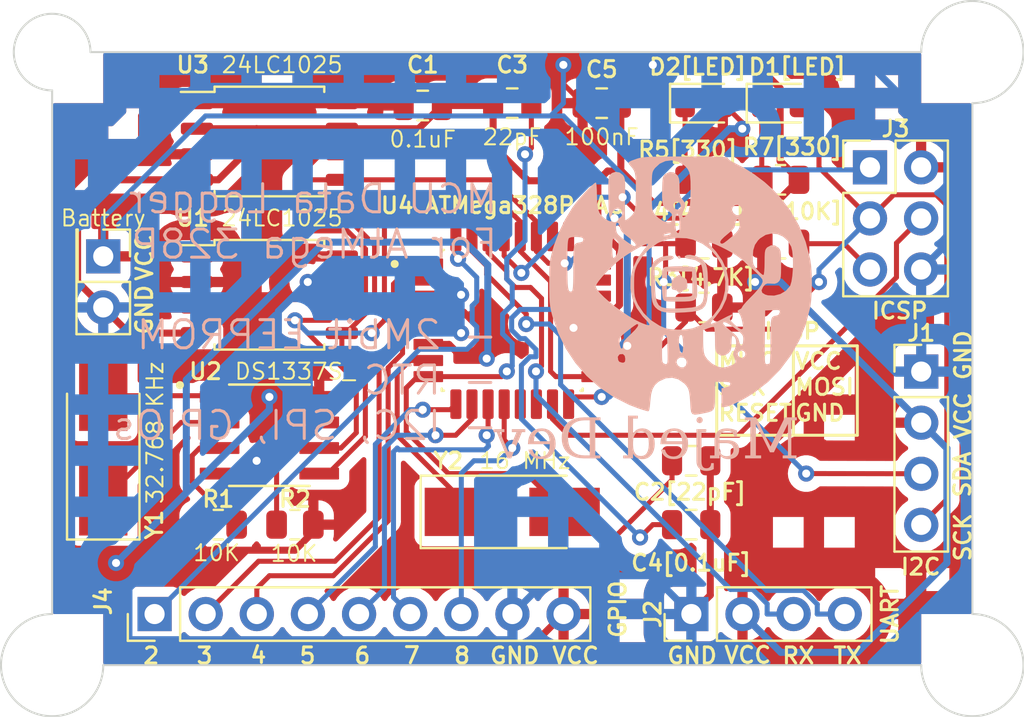
<source format=kicad_pcb>
(kicad_pcb (version 20221018) (generator pcbnew)
  (title_block (title "${project_name}") (date "2024-01-17") (rev "1") (company "Majed Dev") (comment 1 "2-layer PCB version"))
  (layers (0 "F.Cu" mixed) (31 "B.Cu" mixed) (34 "B.Paste" user) (35 "F.Paste" user) (36 "B.SilkS" user "B.Silkscreen") (37 "F.SilkS" user "F.Silkscreen") (38 "B.Mask" user) (39 "F.Mask" user) (44 "Edge.Cuts" user))
  (property "project_name" "MCU Datalogger with memory and clock")
  (net 0 "")
  (net 1 "GND")
  (net 2 "/Vcc")
  (net 3 "Net-(U4-PB6)")
  (net 4 "Net-(U4-PB7)")
  (net 5 "Net-(U4-AREF)")
  (net 6 "Net-(D1-K)")
  (net 7 "/SCK")
  (net 8 "Net-(D2-K)")
  (net 9 "/SDA")
  (net 10 "/RX")
  (net 11 "/TX")
  (net 12 "/MISO")
  (net 13 "/MOSI")
  (net 14 "/RESET")
  (net 15 "/D2")
  (net 16 "/D3")
  (net 17 "/D4")
  (net 18 "/D5")
  (net 19 "/D6")
  (net 20 "/D7")
  (net 21 "/D8")
  (net 22 "Net-(U2-~{INTA})")
  (net 23 "Net-(U2-SQW{slash}~INT)")
  (net 24 "Net-(U2-X1)")
  (net 25 "Net-(U2-X2)")
  (footprint "Connector_PinHeader_2.54mm:PinHeader_1x04_P2.54mm_Vertical" (layer "F.Cu") (at 161.3 91.44 90)
    (fp_text reference "J2")
    (fp_text value "Conn_01x04_Pin" hide)
  )
  (footprint "Capacitor_SMD:C_0805_2012Metric" (layer "F.Cu") (at 161.29 86.995 180)
    (fp_text reference "C4" hide)
    (fp_text value "0.1uF" hide)
  )
  (footprint "Resistor_SMD:R_0805_2012Metric" (layer "F.Cu") (at 165.735 73.025)
    (fp_text reference "R6" hide)
    (fp_text value "10K" hide)
  )
  (footprint "Package_SO:SOIC-8_5.23x5.23mm_P1.27mm" (layer "F.Cu") (at 140.335 67.945)
    (fp_text reference "U3")
    (fp_text value "24LC1025")
  )
  (footprint "LED_SMD:LED_0805_2012Metric" (layer "F.Cu") (at 165.735 66.04)
    (fp_text reference "D1" hide)
    (fp_text value "LED" hide)
  )
  (footprint "Project_Libraries:QFP80P900X900X120-32N" (layer "F.Cu") (at 152.4 76.835)
    (fp_text reference "U4")
    (fp_text value "ATMega328P-AU")
  )
  (footprint "MountingHole:MountingHole_2.1mm" (layer "F.Cu") (at 129.54 63.5)
    (fp_text reference "H1" hide)
    (fp_text value "MountingHole" hide)
  )
  (footprint "Resistor_SMD:R_0805_2012Metric" (layer "F.Cu") (at 161.925 69.85)
    (fp_text reference "R5" hide)
    (fp_text value "330" hide)
  )
  (footprint "Capacitor_SMD:C_0805_2012Metric" (layer "F.Cu") (at 156.845 66.04)
    (fp_text reference "C5")
    (fp_text value "100nF")
  )
  (footprint "Capacitor_SMD:C_0805_2012Metric" (layer "F.Cu") (at 152.4 66.04)
    (fp_text reference "C3" hide)
    (fp_text value "22pF")
  )
  (footprint "Resistor_SMD:R_0805_2012Metric" (layer "F.Cu") (at 165.735 69.85 180)
    (fp_text reference "R7" hide)
    (fp_text value "330" hide)
  )
  (footprint "Capacitor_SMD:C_0805_2012Metric" (layer "F.Cu") (at 161.29 83.82 180)
    (fp_text reference "C2" hide)
    (fp_text value "22pF" hide)
  )
  (footprint "Connector_PinHeader_2.54mm:PinHeader_2x03_P2.54mm_Vertical" (layer "F.Cu") (at 170.175 69.23)
    (fp_text reference "J3")
    (fp_text value "Conn_02x03_Odd_Even" hide)
  )
  (footprint "Connector_PinHeader_2.54mm:PinHeader_2x01_P2.54mm_Vertical" (layer "F.Cu") (at 132.08 73.655 -90)
    (fp_text reference "BT1" hide)
    (fp_text value "Battery")
  )
  (footprint "Resistor_SMD:R_0805_2012Metric" (layer "F.Cu") (at 161.925 76.2 180)
    (fp_text reference "R3" hide)
    (fp_text value "4.7K" hide)
  )
  (footprint "Resistor_SMD:R_0805_2012Metric" (layer "F.Cu") (at 161.925 73.025 180)
    (fp_text reference "R4" hide)
    (fp_text value "4.7K" hide)
  )
  (footprint "MountingHole:MountingHole_2.1mm" (layer "F.Cu") (at 129.54 93.98)
    (fp_text reference "H2" hide)
    (fp_text value "MountingHole" hide)
  )
  (footprint "Connector_PinHeader_2.54mm:PinHeader_1x04_P2.54mm_Vertical" (layer "F.Cu") (at 172.72 79.385)
    (fp_text reference "J1")
    (fp_text value "Conn_01x04_Pin" hide)
  )
  (footprint "MountingHole:MountingHole_2.1mm" (layer "F.Cu") (at 175.26 93.98)
    (fp_text reference "H4" hide)
    (fp_text value "MountingHole" hide)
  )
  (footprint "MountingHole:MountingHole_2.1mm" (layer "F.Cu") (at 175.26 63.5)
    (fp_text reference "H3" hide)
    (fp_text value "MountingHole" hide)
  )
  (footprint "Connector_PinHeader_2.54mm:PinHeader_1x09_P2.54mm_Vertical" (layer "F.Cu") (at 134.63 91.44 90)
    (fp_text reference "J4")
    (fp_text value "Conn_01x09_Pin" hide)
  )
  (footprint "Package_SO:SOIC-8_5.23x5.23mm_P1.27mm" (layer "F.Cu") (at 140.335 75.565)
    (fp_text reference "U1")
    (fp_text value "24LC1025")
  )
  (footprint "Resistor_SMD:R_0805_2012Metric" (layer "F.Cu") (at 137.795 86.995)
    (fp_text reference "R1")
    (fp_text value "10K")
  )
  (footprint "Crystal:Crystal_SMD_5032-2Pin_5.0x3.2mm_HandSoldering" (layer "F.Cu") (at 152.4 86.36)
    (fp_text reference "Y2")
    (fp_text value "16 MHz")
  )
  (footprint "Crystal:Crystal_SMD_5032-2Pin_5.0x3.2mm_HandSoldering" (layer "F.Cu") (at 132.08 83.185 90)
    (fp_text reference "Y1")
    (fp_text value "32.768 KHz")
  )
  (footprint "Resistor_SMD:R_0805_2012Metric" (layer "F.Cu") (at 141.605 86.995 180)
    (fp_text reference "R2")
    (fp_text value "10K")
  )
  (footprint "LED_SMD:LED_0805_2012Metric" (layer "F.Cu") (at 161.925 66.04)
    (fp_text reference "D2" hide)
    (fp_text value "LED" hide)
  )
  (footprint "Project_Libraries:SOIC127P600X175-8N" (layer "F.Cu") (at 140.335 82.55)
    (fp_text reference "U2")
    (fp_text value "DS1337S_")
  )
  (footprint "Capacitor_SMD:C_0805_2012Metric" (layer "F.Cu") (at 147.955 66.155)
    (fp_text reference "C1")
    (fp_text value "0.1uF")
  )
  (footprint "Library2:MajedDev" (layer "B.Cu") (at 160.655 76.2 180)
    (fp_text reference "Majed" hide)
    (fp_text value "LOGO" hide)
  )
  (gr_line (start 166.37 82.55) (end 166.37 78.105) (stroke (width 0.15)) (layer "F.SilkS"))
  (gr_line (start 162.56 78.105) (end 162.56 82.55) (stroke (width 0.15)) (layer "F.SilkS"))
  (gr_line (start 162.56 82.55) (end 169.545 82.55) (stroke (width 0.15)) (layer "F.SilkS"))
  (gr_line (start 169.545 82.55) (end 169.545 78.105) (stroke (width 0.15)) (layer "F.SilkS"))
  (gr_line (start 166.37 78.105) (end 162.56 78.105) (stroke (width 0.15)) (layer "F.SilkS"))
  (gr_line (start 169.545 78.105) (end 166.37 78.105) (stroke (width 0.15)) (layer "F.SilkS"))
  (gr_line (start 132.08 93.98) (end 172.72 93.98) (stroke (width 0.1)) (layer "Edge.Cuts"))
  (gr_arc (start 129.54 65.405) (mid 128.192962 62.152962) (end 131.445 63.5) (stroke (width 0.1)) (layer "Edge.Cuts"))
  (gr_arc (start 132.08 93.98) (mid 127.743949 95.776051) (end 129.54 91.44) (stroke (width 0.1)) (layer "Edge.Cuts"))
  (gr_arc (start 175.26 91.44) (mid 177.056051 95.776051) (end 172.72 93.98) (stroke (width 0.1)) (layer "Edge.Cuts"))
  (gr_line (start 129.54 91.44) (end 129.54 65.405) (stroke (width 0.1)) (layer "Edge.Cuts"))
  (gr_line (start 131.445 63.5) (end 172.72 63.5) (stroke (width 0.1)) (layer "Edge.Cuts"))
  (gr_line (start 175.26 91.44) (end 175.26 66.04) (stroke (width 0.1)) (layer "Edge.Cuts"))
  (gr_arc (start 172.72 63.5) (mid 177.056051 61.703949) (end 175.26 66.04) (stroke (width 0.1)) (layer "Edge.Cuts"))
  (gr_text "MCU Data Logger\nFor AtMega 328P\n\n- 2Mbit EEPROM\n- RTC\n- I2C, SPI, GPIOs" (at 151.765 82.890311) (layer "B.SilkS") (effects (font (size 1.4 1.4)) (justify left bottom mirror)))
  (gr_text "C2[22pF]" (at 161.227718 85.373092) (layer "F.SilkS") (effects (font (size 0.8 0.8) (thickness 0.15) bold)))
  (gr_text "ICSP" (at 170.18 76.835) (layer "F.SilkS") (effects (font (size 0.8 0.8)) (justify left bottom)))
  (gr_text "8" (at 149.426576 93.98) (layer "F.SilkS") (effects (font (size 0.8 0.8)) (justify left bottom)))
  (gr_text "UART" (at 171.636843 93.032463 90) (layer "F.SilkS") (effects (font (size 0.8 0.8)) (justify left bottom)))
  (gr_text "VCC" (at 154.305 93.98) (layer "F.SilkS") (effects (font (size 0.8 0.8)) (justify left bottom)))
  (gr_text "GND" (at 151.210127 93.98) (layer "F.SilkS") (effects (font (size 0.8 0.8)) (justify left bottom)))
  (gr_text "4" (at 139.305328 93.949424) (layer "F.SilkS") (effects (font (size 0.8 0.8)) (justify left bottom)))
  (gr_text "R3[4.7K]" (at 161.78628 74.701817) (layer "F.SilkS") (effects (font (size 0.8 0.8) (thickness 0.15) bold)))
  (gr_text "R6[10K]" (at 166.308849 71.422638) (layer "F.SilkS") (effects (font (size 0.8 0.8) (thickness 0.15) bold)))
  (gr_text "I2C" (at 171.621555 89.562182) (layer "F.SilkS") (effects (font (size 0.8 0.8)) (justify left bottom)))
  (gr_text "MISO\nSCK\nRESET" (at 162.56 81.915) (layer "F.SilkS") (effects (font (size 0.8 0.8) (thickness 0.15) bold) (justify left bottom)))
  (gr_text "3" (at 136.635967 93.98) (layer "F.SilkS") (effects (font (size 0.8 0.8)) (justify left bottom)))
  (gr_text "5" (at 141.75221 93.98) (layer "F.SilkS") (effects (font (size 0.8 0.8)) (justify left bottom)))
  (gr_text "R4[4.7K]" (at 161.29 71.4433) (layer "F.SilkS") (effects (font (size 0.8 0.8) (thickness 0.15) bold)))
  (gr_text "GND" (at 175.275287 79.885144 90) (layer "F.SilkS") (effects (font (size 0.8 0.8) (thickness 0.15) bold) (justify left bottom)))
  (gr_text "2" (at 133.985 93.98) (layer "F.SilkS") (effects (font (size 0.8 0.8)) (justify left bottom)))
  (gr_text "TX" (at 168.275 93.98) (layer "F.SilkS") (effects (font (size 0.8 0.8)) (justify left bottom)))
  (gr_text "VCC" (at 134.130079 73.70861 90) (layer "F.SilkS") (effects (font (size 0.8 0.8))))
  (gr_text "SDA" (at 175.237247 85.725 90) (layer "F.SilkS") (effects (font (size 0.8 0.8)) (justify left bottom)))
  (gr_text "GND" (at 160.02 93.98) (layer "F.SilkS") (effects (font (size 0.8 0.8)) (justify left bottom)))
  (gr_text "RX" (at 165.735 93.98) (layer "F.SilkS") (effects (font (size 0.8 0.8)) (justify left bottom)))
  (gr_text "7" (at 146.933831 93.964712) (layer "F.SilkS") (effects (font (size 0.8 0.8)) (justify left bottom)))
  (gr_text "ICSP" (at 164.841241 77.839163) (layer "F.SilkS") (effects (font (size 0.8 0.8)) (justify left bottom)))
  (gr_text "D2[LED]" (at 161.616693 64.237475) (layer "F.SilkS") (effects (font (size 0.8 0.8) (thickness 0.15) bold)))
  (gr_text "C3" (at 152.4 64.135) (layer "F.SilkS") (effects (font (size 0.8 0.8))))
  (gr_text "R5[330]" (at 161.121264 68.361157) (layer "F.SilkS") (effects (font (size 0.8 0.8) (thickness 0.15) bold)))
  (gr_text "D1[LED]" (at 166.559677 64.237475) (layer "F.SilkS") (effects (font (size 0.8 0.8))))
  (gr_text "SCK" (at 175.26 88.9 90) (layer "F.SilkS") (effects (font (size 0.8 0.8)) (justify left bottom)))
  (gr_text "C4[0.1uF]" (at 161.29 88.9) (layer "F.SilkS") (effects (font (size 0.8 0.8) (thickness 0.15) bold)))
  (gr_text "GPIO" (at 158.115 92.71 90) (layer "F.SilkS") (effects (font (size 0.8 0.8)) (justify left bottom)))
  (gr_text "GND" (at 134.121722 76.308989 90) (layer "F.SilkS") (effects (font (size 0.8 0.8))))
  (gr_text "VCC" (at 162.855275 93.948292) (layer "F.SilkS") (effects (font (size 0.8 0.8)) (justify left bottom)))
  (gr_text "VCC\nMOSI\nGND" (at 166.37 81.9119) (layer "F.SilkS") (effects (font (size 0.8 0.8) (thickness 0.15) bold) (justify left bottom)))
  (gr_text "VCC" (at 175.275287 82.820359 90) (layer "F.SilkS") (effects (font (size 0.8 0.8)) (justify left bottom)))
  (gr_text "6" (at 144.473399 93.98) (layer "F.SilkS") (effects (font (size 0.8 0.8)) (justify left bottom)))
  (gr_text "R7[330]" (at 166.315076 68.212246) (layer "F.SilkS") (effects (font (size 0.8 0.8) (thickness 0.15) bold)))
  (segment (start 157.820965 69.414543) (end 159.381422 70.975) (width 0.35) (layer "F.Cu") (net 1))
  (segment (start 147.75 67.31) (end 143.935 67.31) (width 0.35) (layer "F.Cu") (net 1))
  (segment (start 130.805 71.125) (end 132.08 69.85) (width 0.35) (layer "F.Cu") (net 1))
  (segment (start 148.23 75.635) (end 149.79 75.635) (width 0.35) (layer "F.Cu") (net 1))
  (segment (start 159.381422 70.975) (end 163.195 70.975) (width 0.35) (layer "F.Cu") (net 1))
  (segment (start 156.654238 72.248794) (end 156.654238 69.897816) (width 0.35) (layer "F.Cu") (net 1))
  (segment (start 142.24 74.93) (end 143.935 74.93) (width 0.35) (layer "F.Cu") (net 1))
  (segment (start 139.065 84.455) (end 139.7 83.82) (width 0.35) (layer "F.Cu") (net 1))
  (segment (start 139.7 67.945) (end 139.7 67.31) (width 0.35) (layer "F.Cu") (net 1))
  (segment (start 130.805 74.92) (end 130.805 71.125) (width 0.35) (layer "F.Cu") (net 1))
  (segment (start 151.45 66.04) (end 151.45 68.161727) (width 0.35) (layer "F.Cu") (net 1))
  (segment (start 148.905 66.155) (end 151.335 66.155) (width 0.35) (layer "F.Cu") (net 1))
  (segment (start 165.71 68.9125) (end 165.71 65.29999) (width 0.35) (layer "F.Cu") (net 1))
  (segment (start 149.79 75.635) (end 149.86 75.565) (width 0.35) (layer "F.Cu") (net 1))
  (segment (start 157.73 76.064556) (end 157.73 73.324556) (width 0.35) (layer "F.Cu") (net 1))
  (segment (start 157.73 73.324556) (end 156.654238 72.248794) (width 0.35) (layer "F.Cu") (net 1))
  (segment (start 151.335 66.155) (end 151.45 66.04) (width 0.35) (layer "F.Cu") (net 1))
  (segment (start 149.625 77.235) (end 148.23 77.235) (width 0.35) (layer "F.Cu") (net 1))
  (segment (start 157.795 66.04) (end 157.795 65.725) (width 0.35) (layer "F.Cu") (net 1))
  (segment (start 148.23 75.635) (end 148.294898 75.570102) (width 0.35) (layer "F.Cu") (net 1))
  (segment (start 136.735 77.47) (end 133.355 77.47) (width 0.35) (layer "F.Cu") (net 1))
  (segment (start 136.735 69.85) (end 137.795 69.85) (width 0.35) (layer "F.Cu") (net 1))
  (segment (start 162.8375 70.6175) (end 163.195 70.975) (width 0.35) (layer "F.Cu") (net 1))
  (segment (start 148.905 66.155) (end 147.75 67.31) (width 0.35) (layer "F.Cu") (net 1))
  (segment (start 164.54501 64.135) (end 159.385 64.135) (width 0.35) (layer "F.Cu") (net 1))
  (segment (start 162.24 83.82) (end 162.24 86.995) (width 0.35) (layer "F.Cu") (net 1))
  (segment (start 139.7 67.31) (end 143.935 67.31) (width 0.35) (layer "F.Cu") (net 1))
  (segment (start 166.6475 69.85) (end 165.71 68.9125) (width 0.35) (layer "F.Cu") (net 1))
  (segment (start 151.45 68.161727) (end 153.186089 69.897816) (width 0.35) (layer "F.Cu") (net 1))
  (segment (start 157.795 65.725) (end 159.385 64.135) (width 0.35) (layer "F.Cu") (net 1))
  (segment (start 149.86 77.47) (end 149.625 77.235) (width 0.35) (layer "F.Cu") (net 1))
  (segment (start 156.654238 69.897816) (end 157.137511 69.414543) (width 0.35) (layer "F.Cu") (net 1))
  (segment (start 132.08 76.195) (end 130.805 74.92) (width 0.35) (layer "F.Cu") (net 1))
  (segment (start 162.24 86.995) (end 162.24 90.5) (width 0.35) (layer "F.Cu") (net 1))
  (segment (start 165.5225 70.975) (end 166.6475 69.85) (width 0.35) (layer "F.Cu") (net 1))
  (segment (start 157.795 69.388578) (end 157.820965 69.414543) (width 0.35) (layer "F.Cu") (net 1))
  (segment (start 136.735 67.31) (end 139.7 67.31) (width 0.35) (layer "F.Cu") (net 1))
  (segment (start 133.355 77.47) (end 132.08 76.195) (width 0.35) (layer "F.Cu") (net 1))
  (segment (start 162.8375 69.85) (end 162.8375 70.6175) (width 0.35) (layer "F.Cu") (net 1))
  (segment (start 132.08 69.85) (end 136.735 69.85) (width 0.35) (layer "F.Cu") (net 1))
  (segment (start 157.795 66.04) (end 157.795 69.388578) (width 0.35) (layer "F.Cu") (net 1))
  (segment (start 162.24 90.5) (end 161.3 91.44) (width 0.35) (layer "F.Cu") (net 1))
  (segment (start 163.195 70.975) (end 165.5225 70.975) (width 0.35) (layer "F.Cu") (net 1))
  (segment (start 157.359556 76.435) (end 157.73 76.064556) (width 0.35) (layer "F.Cu") (net 1))
  (segment (start 156.57 76.435) (end 157.359556 76.435) (width 0.35) (layer "F.Cu") (net 1))
  (segment (start 137.795 69.85) (end 139.7 67.945) (width 0.35) (layer "F.Cu") (net 1))
  (segment (start 153.186089 69.897816) (end 156.654238 69.897816) (width 0.35) (layer "F.Cu") (net 1))
  (segment (start 157.137511 69.414543) (end 157.820965 69.414543) (width 0.35) (layer "F.Cu") (net 1))
  (segment (start 137.86 84.455) (end 139.065 84.455) (width 0.35) (layer "F.Cu") (net 1))
  (segment (start 165.71 65.29999) (end 164.54501 64.135) (width 0.35) (layer "F.Cu") (net 1))
  (via (at 149.86 75.565) (size 0.8) (drill 0.4) (layers "F.Cu" "B.Cu") (net 1))
  (via (at 139.7 83.82) (size 0.8) (drill 0.4) (layers "F.Cu" "B.Cu") (net 1))
  (via (at 149.86 77.47) (size 0.8) (drill 0.4) (layers "F.Cu" "B.Cu") (net 1))
  (via (at 159.385 64.135) (size 0.8) (drill 0.4) (layers "F.Cu" "B.Cu") (net 1))
  (via (at 142.24 74.93) (size 0.8) (drill 0.4) (layers "F.Cu" "B.Cu") (net 1))
  (segment (start 143.32 76.01) (end 142.24 74.93) (width 0.35) (layer "B.Cu") (net 1))
  (segment (start 142.24 74.93) (end 140.78 76.39) (width 0.35) (layer "B.Cu") (net 1))
  (segment (start 152.41 91.44) (end 154.315 89.535) (width 0.35) (layer "B.Cu") (net 1))
  (segment (start 173.99 67.945) (end 173.99 73.035) (width 0.35) (layer "B.Cu") (net 1))
  (segment (start 152.337081 92.715) (end 133.355 92.715) (width 0.35) (layer "B.Cu") (net 1))
  (segment (start 140.78 76.39) (end 140.78 79.923273) (width 0.35) (layer "B.Cu") (net 1))
  (segment (start 148.4 76.01) (end 143.32 76.01) (width 0.35) (layer "B.Cu") (net 1))
  (segment (start 154.315 89.535) (end 159.395 89.535) (width 0.35) (layer "B.Cu") (net 1))
  (segment (start 152.41 91.44) (end 152.41 92.642081) (width 0.35) (layer "B.Cu") (net 1))
  (segment (start 141.16 82.36) (end 139.7 83.82) (width 0.35) (layer "B.Cu") (net 1))
  (segment (start 149.86 75.565) (end 149.86 77.47) (width 0.35) (layer "B.Cu") (net 1))
  (segment (start 170.18 64.135) (end 173.99 67.945) (width 0.35) (layer "B.Cu") (net 1))
  (segment (start 133.355 92.715) (end 133.355 90.165) (width 0.35) (layer "B.Cu") (net 1))
  (segment (start 159.395 89.535) (end 161.3 91.44) (width 0.35) (layer "B.Cu") (net 1))
  (segment (start 133.355 90.165) (end 139.7 83.82) (width 0.35) (layer "B.Cu") (net 1))
  (segment (start 159.385 64.135) (end 170.18 64.135) (width 0.35) (layer "B.Cu") (net 1))
  (segment (start 173.99 73.035) (end 172.715 74.31) (width 0.35) (layer "B.Cu") (net 1))
  (segment (start 152.41 92.642081) (end 152.337081 92.715) (width 0.35) (layer "B.Cu") (net 1))
  (segment (start 141.16 80.303273) (end 141.16 82.36) (width 0.35) (layer "B.Cu") (net 1))
  (segment (start 149.86 77.47) (end 148.4 76.01) (width 0.35) (layer "B.Cu") (net 1))
  (segment (start 140.78 79.923273) (end 141.16 80.303273) (width 0.35) (layer "B.Cu") (net 1))
  (segment (start 139.065 74.93) (end 140.335 73.66) (width 0.35) (layer "F.Cu") (net 2))
  (segment (start 136.735 66.04) (end 134.62 66.04) (width 0.35) (layer "F.Cu") (net 2))
  (segment (start 154.94 64.135) (end 154.94 65.085) (width 0.25) (layer "F.Cu") (net 2))
  (segment (start 149.963273 78.74) (end 151.13 78.74) (width 0.35) (layer "F.Cu") (net 2))
  (segment (start 142.81 80.645) (end 139.065 76.9) (width 0.35) (layer "F.Cu") (net 2))
  (segment (start 153.035 93.345) (end 153.045 93.345) (width 0.35) (layer "F.Cu") (net 2))
  (segment (start 162.8625 66.04) (end 163.83 67.0075) (width 0.25) (layer "F.Cu") (net 2))
  (segment (start 136.8825 86.995) (end 135.89 86.995) (width 0.35) (layer "F.Cu") (net 2))
  (segment (start 149.258273 78.035) (end 149.963273 78.74) (width 0.35) (layer "F.Cu") (net 2))
  (segment (start 146.89 66.04) (end 147.005 66.155) (width 0.35) (layer "F.Cu") (net 2))
  (segment (start 136.735 76.2) (end 139.065 76.2) (width 0.35) (layer "F.Cu") (net 2))
  (segment (start 164.8225 74.5725) (end 164.465 74.93) (width 0.35) (layer "F.Cu") (net 2))
  (segment (start 162.8375 73.025) (end 162.8375 74.93) (width 0.35) (layer "F.Cu") (net 2))
  (segment (start 134.62 68.58) (end 136.735 68.58) (width 0.35) (layer "F.Cu") (net 2))
  (segment (start 149.991727 76.435) (end 151.13 77.573273) (width 0.35) (layer "F.Cu") (net 2))
  (segment (start 163.83 67.0075) (end 163.83 67.31) (width 0.25) (layer "F.Cu") (net 2))
  (segment (start 141.605 88.265) (end 137.16 88.265) (width 0.35) (layer "F.Cu") (net 2))
  (segment (start 133.35 89.535) (end 132.715 90.17) (width 0.35) (layer "F.Cu") (net 2))
  (segment (start 140.335 73.66) (end 143.935 73.66) (width 0.35) (layer "F.Cu") (net 2))
  (segment (start 134.62 66.04) (end 133.985 66.675) (width 0.35) (layer "F.Cu") (net 2))
  (segment (start 157.385 78.835) (end 158.115 78.105) (width 0.35) (layer "F.Cu") (net 2))
  (segment (start 142.5175 86.995) (end 142.5175 87.3525) (width 0.35) (layer "F.Cu") (net 2))
  (segment (start 164.8225 73.025) (end 162.8375 73.025) (width 0.35) (layer "F.Cu") (net 2))
  (segment (start 136.735 66.04) (end 143.935 66.04) (width 0.35) (layer "F.Cu") (net 2))
  (segment (start 143.935 66.04) (end 146.89 66.04) (width 0.35) (layer "F.Cu") (net 2))
  (segment (start 151.13 77.573273) (end 151.13 78.74) (width 0.35) (layer "F.Cu") (net 2))
  (segment (start 148.23 76.435) (end 149.991727 76.435) (width 0.35) (layer "F.Cu") (net 2))
  (segment (start 164.465 74.93) (end 162.8375 74.93) (width 0.35) (layer "F.Cu") (net 2))
  (segment (start 142.81 80.645) (end 140.335 80.645) (width 0.35) (layer "F.Cu") (net 2))
  (segment (start 162.8375 74.93) (end 162.8375 76.2) (width 0.35) (layer "F.Cu") (net 2))
  (segment (start 139.065 76.2) (end 139.065 74.93) (width 0.35) (layer "F.Cu") (net 2))
  (segment (start 133.985 67.945) (end 134.62 68.58) (width 0.35) (layer "F.Cu") (net 2))
  (segment (start 132.715 88.9) (end 132.715 90.17) (width 0.35) (layer "F.Cu") (net 2))
  (segment (start 137.16 88.265) (end 136.8825 87.9875) (width 0.35) (layer "F.Cu") (net 2))
  (segment (start 142.5175 87.3525) (end 141.605 88.265) (width 0.35) (layer "F.Cu") (net 2))
  (segment (start 153.045 93.345) (end 154.95 91.44) (width 0.35) (layer "F.Cu") (net 2))
  (segment (start 136.8825 87.9875) (end 136.8825 86.995) (width 0.35) (layer "F.Cu") (net 2))
  (segment (start 133.35 93.345) (end 153.035 93.345) (width 0.35) (layer "F.Cu") (net 2))
  (segment (start 135.89 86.995) (end 133.35 89.535) (width 0.35) (layer "F.Cu") (net 2))
  (segment (start 148.23 78.035) (end 149.258273 78.035) (width 0.35) (layer "F.Cu") (net 2))
  (segment (start 156.57 78.835) (end 157.385 78.835) (width 0.35) (layer "F.Cu") (net 2))
  (segment (start 136.735 73.66) (end 136.735 76.2) (width 0.35) (layer "F.Cu") (net 2))
  (segment (start 164.8225 73.025) (end 164.8225 74.5725) (width 0.35) (layer "F.Cu") (net 2))
  (segment (start 139.065 76.9) (end 139.065 76.2) (width 0.35) (layer "F.Cu") (net 2))
  (segment (start 132.715 92.71) (end 133.35 93.345) (width 0.35) (layer "F.Cu") (net 2))
  (segment (start 154.94 65.085) (end 155.895 66.04) (width 0.25) (layer "F.Cu") (net 2))
  (segment (start 133.985 66.675) (end 133.985 67.945) (width 0.35) (layer "F.Cu") (net 2))
  (segment (start 132.715 90.17) (end 132.715 92.71) (width 0.35) (layer "F.Cu") (net 2))
  (via (at 132.715 88.9) (size 0.8) (drill 0.4) (layers "F.Cu" "B.Cu") (net 2))
  (via (at 154.94 64.135) (size 0.8) (drill 0.4) (layers "F.Cu" "B.Cu") (net 2))
  (via (at 140.335 80.645) (size 0.8) (drill 0.4) (layers "F.Cu" "B.Cu") (net 2))
  (via (at 163.83 67.31) (size 0.8) (drill 0.4) (layers "F.Cu" "B.Cu") (net 2))
  (via (at 164.465 74.93) (size 0.8) (drill 0.4) (layers "F.Cu" "B.Cu") (net 2))
  (via (at 151.13 78.74) (size 0.8) (drill 0.4) (layers "F.Cu" "B.Cu") (net 2))
  (via (at 158.115 78.105) (size 0.8) (drill 0.4) (layers "F.Cu" "B.Cu") (net 2))
  (segment (start 159.385 71.12) (end 163.195 67.31) (width 0.35) (layer "B.Cu") (net 2))
  (segment (start 165.725 74.93) (end 164.465 74.93) (width 0.35) (layer "B.Cu") (net 2))
  (segment (start 150.048951 72.949393) (end 143.05388 72.949393) (width 0.35) (layer "B.Cu") (net 2))
  (segment (start 151.13 78.74) (end 151.185 78.685) (width 0.35) (layer "B.Cu") (net 2))
  (segment (start 173.995 83.2) (end 172.72 81.925) (width 0.35) (layer "B.Cu") (net 2))
  (segment (start 132.08 71.755) (end 132.08 73.655) (width 0.25) (layer "B.Cu") (net 2))
  (segment (start 158.115 72.39) (end 159.385 71.12) (width 0.35) (layer "B.Cu") (net 2))
  (segment (start 154.94 64.135) (end 154.94 66.04) (width 0.25) (layer "B.Cu") (net 2))
  (segment (start 140.335 80.645) (end 140.335 81.28) (width 0.35) (layer "B.Cu") (net 2))
  (segment (start 136.2075 85.4075) (end 132.715 88.9) (width 0.35) (layer "B.Cu") (net 2))
  (segment (start 140.335 81.28) (end 136.2075 85.4075) (width 0.35) (layer "B.Cu") (net 2))
  (segment (start 154.94 66.04) (end 154.305 66.675) (width 0.25) (layer "B.Cu") (net 2))
  (segment (start 137.16 66.675) (end 132.08 71.755) (width 0.25) (layer "B.Cu") (net 2))
  (segment (start 163.195 67.31) (end 163.83 67.31) (width 0.35) (layer "B.Cu") (net 2))
  (segment (start 154.94 66.675) (end 154.305 66.675) (width 0.25) (layer "B.Cu") (net 2))
  (segment (start 158.75 70.485) (end 154.94 66.675) (width 0.25) (layer "B.Cu") (net 2))
  (segment (start 153.035 66.675) (end 137.16 66.675) (width 0.25) (layer "B.Cu") (net 2))
  (segment (start 172.72 81.925) (end 165.725 74.93) (width 0.35) (layer "B.Cu") (net 2))
  (segment (start 143.05388 72.949393) (end 136.2075 79.795773) (width 0.35) (layer "B.Cu") (net 2))
  (segment (start 151.185 74.085442) (end 150.048951 72.949393) (width 0.35) (layer "B.Cu") (net 2))
  (segment (start 165.745 93.345) (end 169.545 93.345) (width 0.35) (layer "B.Cu") (net 2))
  (segment (start 151.185 78.685) (end 151.185 74.085442) (width 0.35) (layer "B.Cu") (net 2))
  (segment (start 136.2075 79.795773) (end 136.2075 85.4075) (width 0.35) (layer "B.Cu") (net 2))
  (segment (start 154.305 66.675) (end 153.035 66.675) (width 0.25) (layer "B.Cu") (net 2))
  (segment (start 173.995 88.895) (end 173.995 83.2) (width 0.35) (layer "B.Cu") (net 2))
  (segment (start 169.545 93.345) (end 173.995 88.895) (width 0.35) (layer "B.Cu") (net 2))
  (segment (start 158.75 70.485) (end 159.385 71.12) (width 0.25) (layer "B.Cu") (net 2))
  (segment (start 163.84 91.44) (end 165.745 93.345) (width 0.35) (layer "B.Cu") (net 2))
  (segment (start 158.115 78.105) (end 158.115 72.39) (width 0.35) (layer "B.Cu") (net 2))
  (segment (start 160.34 84.77) (end 156.21 88.9) (width 0.25) (layer "F.Cu") (net 3))
  (segment (start 156.21 88.9) (end 152.34 88.9) (width 0.25) (layer "F.Cu") (net 3))
  (segment (start 149.8 85.666396) (end 146.685 82.551396) (width 0.25) (layer "F.Cu") (net 3))
  (segment (start 147.32 78.835) (end 148.23 78.835) (width 0.25) (layer "F.Cu") (net 3))
  (segment (start 160.34 83.82) (end 160.34 84.77) (width 0.25) (layer "F.Cu") (net 3))
  (segment (start 149.8 86.36) (end 149.8 85.666396) (width 0.25) (layer "F.Cu") (net 3))
  (segment (start 152.34 88.9) (end 149.8 86.36) (width 0.25) (layer "F.Cu") (net 3))
  (segment (start 146.685 82.551396) (end 146.685 79.47) (width 0.25) (layer "F.Cu") (net 3))
  (segment (start 146.685 79.47) (end 147.32 78.835) (width 0.25) (layer "F.Cu") (net 3))
  (segment (start 151.87 79.635) (end 148.23 79.635) (width 0.25) (layer "F.Cu") (net 4))
  (segment (start 152.13 79.375) (end 151.87 79.635) (width 0.25) (layer "F.Cu") (net 4))
  (segment (start 149.225 84.455) (end 147.135 82.365) (width 0.25) (layer "F.Cu") (net 4))
  (segment (start 153.095 84.455) (end 149.225 84.455) (width 0.25) (layer "F.Cu") (net 4))
  (segment (start 153.35 68.265) (end 153.35 66.04) (width 0.25) (layer "F.Cu") (net 4))
  (segment (start 155 86.36) (end 153.095 84.455) (width 0.25) (layer "F.Cu") (net 4))
  (segment (start 153.035 68.58) (end 153.35 68.265) (width 0.25) (layer "F.Cu") (net 4))
  (segment (start 147.135 80.195) (end 147.695 79.635) (width 0.25) (layer "F.Cu") (net 4))
  (segment (start 147.135 82.365) (end 147.135 80.195) (width 0.25) (layer "F.Cu") (net 4))
  (segment (start 147.695 79.635) (end 148.23 79.635) (width 0.25) (layer "F.Cu") (net 4))
  (via (at 153.035 68.58) (size 0.8) (drill 0.4) (layers "F.Cu" "B.Cu") (net 4))
  (via (at 152.13 79.375) (size 0.8) (drill 0.4) (layers "F.Cu" "B.Cu") (net 4))
  (segment (start 151.920798 77.506701) (end 151.920798 76.533299) (width 0.25) (layer "B.Cu") (net 4))
  (segment (start 152.13 79.375) (end 152.4 79.105) (width 0.25) (layer "B.Cu") (net 4))
  (segment (start 152.4 79.105) (end 152.4 77.985903) (width 0.25) (layer "B.Cu") (net 4))
  (segment (start 152.4 76.054097) (end 152.4 75.050609) (width 0.25) (layer "B.Cu") (net 4))
  (segment (start 152.127348 74.777957) (end 152.127348 73.785645) (width 0.25) (layer "B.Cu") (net 4))
  (segment (start 152.4 75.050609) (end 152.127348 74.777957) (width 0.25) (layer "B.Cu") (net 4))
  (segment (start 153.035 72.877993) (end 153.035 68.58) (width 0.25) (layer "B.Cu") (net 4))
  (segment (start 152.4 77.985903) (end 151.920798 77.506701) (width 0.25) (layer "B.Cu") (net 4))
  (segment (start 152.127348 73.785645) (end 153.035 72.877993) (width 0.25) (layer "B.Cu") (net 4))
  (segment (start 151.920798 76.533299) (end 152.4 76.054097) (width 0.25) (layer "B.Cu") (net 4))
  (segment (start 159.385 86.995) (end 158.75 87.63) (width 0.25) (layer "F.Cu") (net 5))
  (segment (start 155.469094 77.235) (end 156.57 77.235) (width 0.25) (layer "F.Cu") (net 5))
  (segment (start 160.34 86.995) (end 159.385 86.995) (width 0.25) (layer "F.Cu") (net 5))
  (segment (start 155.444394 77.2103) (end 155.469094 77.235) (width 0.25) (layer "F.Cu") (net 5))
  (via (at 155.444394 77.2103) (size 0.8) (drill 0.4) (layers "F.Cu" "B.Cu") (net 5))
  (via (at 158.75 87.63) (size 0.8) (drill 0.4) (layers "F.Cu" "B.Cu") (net 5))
  (segment (start 153.279695 78.65) (end 152.855 79.074695) (width 0.25) (layer "B.Cu") (net 5))
  (segment (start 152.855 81.735) (end 158.75 87.63) (width 0.25) (layer "B.Cu") (net 5))
  (segment (start 155.444394 77.2103) (end 154.529094 76.295) (width 0.25) (layer "B.Cu") (net 5))
  (segment (start 152.370798 76.719695) (end 152.370798 77.320305) (width 0.25) (layer "B.Cu") (net 5))
  (segment (start 153.58 78.65) (end 153.58 78.29) (width 0.25) (layer "B.Cu") (net 5))
  (segment (start 152.795493 76.295) (end 152.370798 76.719695) (width 0.25) (layer "B.Cu") (net 5))
  (segment (start 152.795493 77.745) (end 153.035 77.745) (width 0.25) (layer "B.Cu") (net 5))
  (segment (start 154.529094 76.295) (end 152.795493 76.295) (width 0.25) (layer "B.Cu") (net 5))
  (segment (start 153.58 78.65) (end 153.279695 78.65) (width 0.25) (layer "B.Cu") (net 5))
  (segment (start 152.370798 77.320305) (end 152.795493 77.745) (width 0.25) (layer "B.Cu") (net 5))
  (segment (start 153.58 78.29) (end 153.035 77.745) (width 0.25) (layer "B.Cu") (net 5))
  (segment (start 152.855 79.074695) (end 152.855 81.735) (width 0.25) (layer "B.Cu") (net 5))
  (segment (start 164.7975 69.825) (end 164.8225 69.85) (width 0.25) (layer "F.Cu") (net 6))
  (segment (start 164.7975 66.04) (end 164.7975 69.825) (width 0.25) (layer "F.Cu") (net 6))
  (segment (start 146.685 71.12) (end 151.989999 71.12) (width 0.25) (layer "F.Cu") (net 7))
  (segment (start 146.05 71.755) (end 146.685 71.12) (width 0.25) (layer "F.Cu") (net 7))
  (segment (start 143.3 76.835) (end 143.935 76.2) (width 0.25) (layer "F.Cu") (net 7))
  (segment (start 154.305 79.375) (end 154.305 74.904999) (width 0.25) (layer "F.Cu") (net 7))
  (segment (start 158.2775 79.635) (end 156.57 79.635) (width 0.25) (layer "F.Cu") (net 7))
  (segment (start 161.0125 76.2) (end 161.0125 76.9) (width 0.25) (layer "F.Cu") (net 7))
  (segment (start 141.605 72.39) (end 141.605 69.85) (width 0.25) (layer "F.Cu") (net 7))
  (segment (start 162.0875 77.275) (end 161.0125 76.2) (width 0.25) (layer "F.Cu") (net 7))
  (segment (start 173.99 71.12) (end 173.99 85.735) (width 0.25) (layer "F.Cu") (net 7))
  (segment (start 173.465 70.595) (end 173.99 71.12) (width 0.25) (layer "F.Cu") (net 7))
  (segment (start 154.565 79.635) (end 154.305 79.375) (width 0.25) (layer "F.Cu") (net 7))
  (segment (start 152.8 73.399999) (end 152.8 72.665) (width 0.25) (layer "F.Cu") (net 7))
  (segment (start 173.99 85.735) (end 172.72 87.005) (width 0.25) (layer "F.Cu") (net 7))
  (segment (start 146.05 76.835) (end 146.05 71.755) (width 0.25) (layer "F.Cu") (net 7))
  (segment (start 152.8 71.930001) (end 152.8 72.665) (width 0.25) (layer "F.Cu") (net 7))
  (segment (start 167.64 74.93) (end 165.295 77.275) (width 0.25) (layer "F.Cu") (net 7))
  (segment (start 144.211618 72.39) (end 141.605 72.39) (width 0.25) (layer "F.Cu") (net 7))
  (segment (start 145.11 75.824999) (end 145.11 73.288382) (width 0.25) (layer "F.Cu") (net 7))
  (segment (start 141.605 69.85) (end 142.24 69.215) (width 0.25) (layer "F.Cu") (net 7))
  (segment (start 156.57 79.635) (end 154.565 79.635) (width 0.25) (layer "F.Cu") (net 7))
  (segment (start 144.652588 79.882588) (end 144.652588 82.422588) (width 0.25) (layer "F.Cu") (net 7))
  (segment (start 143.935 76.2) (end 144.734999 76.2) (width 0.25) (layer "F.Cu") (net 7))
  (segment (start 144.734999 76.2) (end 145.11 75.824999) (width 0.25) (layer "F.Cu") (net 7))
  (segment (start 170.175 71.77) (end 171.35 70.595) (width 0.25) (layer "F.Cu") (net 7))
  (segment (start 151.989999 71.12) (end 152.8 71.930001) (width 0.25) (layer "F.Cu") (net 7))
  (segment (start 167.64 67.0075) (end 167.64 69.235) (width 0.25) (layer "F.Cu") (net 7))
  (segment (start 144.652588 82.422588) (end 143.890176 83.185) (width 0.25) (layer "F.Cu") (net 7))
  (segment (start 143.890176 83.185) (end 142.81 83.185) (width 0.25) (layer "F.Cu") (net 7))
  (segment (start 161.0125 76.9) (end 158.2775 79.635) (width 0.25) (layer "F.Cu") (net 7))
  (segment (start 141.605 76.835) (end 144.652588 79.882588) (width 0.25) (layer "F.Cu") (net 7))
  (segment (start 145.11 73.288382) (end 144.211618 72.39) (width 0.25) (layer "F.Cu") (net 7))
  (segment (start 143.935 68.58) (end 142.875 68.58) (width 0.25) (layer "F.Cu") (net 7))
  (segment (start 165.295 77.275) (end 162.0875 77.275) (width 0.25) (layer "F.Cu") (net 7))
  (segment (start 166.6725 66.04) (end 167.64 67.0075) (width 0.25) (layer "F.Cu") (net 7))
  (segment (start 167.64 69.235) (end 170.175 71.77) (width 0.25) (layer "F.Cu") (net 7))
  (segment (start 171.35 70.595) (end 173.465 70.595) (width 0.25) (layer "F.Cu") (net 7))
  (segment (start 142.875 68.58) (end 142.24 69.215) (width 0.25) (layer "F.Cu") (net 7))
  (segment (start 145.415 77.47) (end 146.05 76.835) (width 0.25) (layer "F.Cu") (net 7))
  (segment (start 141.605 76.835) (end 143.3 76.835) (width 0.25) (layer "F.Cu") (net 7))
  (segment (start 154.305 74.904999) (end 152.8 73.399999) (width 0.25) (layer "F.Cu") (net 7))
  (via (at 167.64 74.93) (size 0.8) (drill 0.4) (layers "F.Cu" "B.Cu") (net 7))
  (via (at 145.415 77.47) (size 0.8) (drill 0.4) (layers "F.Cu" "B.Cu") (net 7))
  (via (at 141.605 76.835) (size 0.8) (drill 0.4) (layers "F.Cu" "B.Cu") (net 7))
  (segment (start 170.175 71.77) (end 167.64 74.305) (width 0.25) (layer "B.Cu") (net 7))
  (segment (start 167.64 74.305) (end 167.64 74.93) (width 0.25) (layer "B.Cu") (net 7))
  (segment (start 141.605 76.835) (end 142.24 77.47) (width 0.25) (layer "B.Cu") (net 7))
  (segment (start 142.24 77.47) (end 145.415 77.47) (width 0.25) (layer "B.Cu") (net 7))
  (segment (start 160.9875 66.04) (end 160.9875 69.825) (width 0.25) (layer "F.Cu") (net 8))
  (segment (start 160.9875 69.825) (end 161.0125 69.85) (width 0.25) (layer "F.Cu") (net 8))
  (segment (start 154.199966 73.999965) (end 153.6 73.399999) (width 0.25) (layer "F.Cu") (net 9))
  (segment (start 145.102588 82.608984) (end 145.102588 79.696192) (width 0.25) (layer "F.Cu") (net 9))
  (segment (start 142.055 71.755) (end 142.055 70.036396) (width 0.25) (layer "F.Cu") (net 9))
  (segment (start 167.005 84.455) (end 167.015 84.465) (width 0.25) (layer "F.Cu") (net 9))
  (segment (start 143.935 77.47) (end 144.145 77.47) (width 0.25) (layer "F.Cu") (net 9))
  (segment (start 142.81 84.455) (end 143.325 84.455) (width 0.25) (layer "F.Cu") (net 9))
  (segment (start 153.6 73.399999) (end 153.6 72.665) (width 0.25) (layer "F.Cu") (net 9))
  (segment (start 172.72 84.465) (end 167.005 84.455) (width 0.25) (layer "F.Cu") (net 9))
  (segment (start 142.241396 69.85) (end 143.935 69.85) (width 0.25) (layer "F.Cu") (net 9))
  (segment (start 157.48 71.755) (end 158.75 73.025) (width 0.25) (layer "F.Cu") (net 9))
  (segment (start 145.102588 79.696192) (end 143.935 78.528604) (width 0.25) (layer "F.Cu") (net 9))
  (segment (start 159.925 74.93) (end 160.02 74.835) (width 0.25) (layer "F.Cu") (net 9))
  (segment (start 142.055 70.036396) (end 142.241396 69.85) (width 0.25) (layer "F.Cu") (net 9))
  (segment (start 160.02 74.835) (end 160.02 73.025) (width 0.25) (layer "F.Cu") (net 9))
  (segment (start 155.007762 73.999965) (end 154.199966 73.999965) (width 0.25) (layer "F.Cu") (net 9))
  (segment (start 143.935 69.85) (end 151.519999 69.85) (width 0.25) (layer "F.Cu") (net 9))
  (segment (start 144.213014 71.755) (end 142.055 71.755) (width 0.25) (layer "F.Cu") (net 9))
  (segment (start 153.6 71.930001) (end 153.6 72.665) (width 0.25) (layer "F.Cu") (net 9))
  (segment (start 144.145 77.47) (end 145.56 76.055) (width 0.25) (layer "F.Cu") (net 9))
  (segment (start 151.519999 69.85) (end 153.6 71.930001) (width 0.25) (layer "F.Cu") (net 9))
  (segment (start 158.75 73.025) (end 161.0125 73.025) (width 0.25) (layer "F.Cu") (net 9))
  (segment (start 143.935 78.528604) (end 143.935 77.47) (width 0.25) (layer "F.Cu") (net 9))
  (segment (start 145.56 73.101986) (end 144.213014 71.755) (width 0.25) (layer "F.Cu") (net 9))
  (segment (start 142.81 84.455) (end 143.256572 84.455) (width 0.25) (layer "F.Cu") (net 9))
  (segment (start 143.256572 84.455) (end 145.102588 82.608984) (width 0.25) (layer "F.Cu") (net 9))
  (segment (start 160.02 73.025) (end 161.0125 73.025) (width 0.25) (layer "F.Cu") (net 9))
  (segment (start 145.56 76.055) (end 145.56 73.101986) (width 0.25) (layer "F.Cu") (net 9))
  (via (at 167.005 84.455) (size 0.8) (drill 0.4) (layers "F.Cu" "B.Cu") (net 9))
  (via (at 157.48 71.755) (size 0.8) (drill 0.4) (layers "F.Cu" "B.Cu") (net 9))
  (via (at 159.925 74.93) (size 0.8) (drill 0.4) (layers "F.Cu" "B.Cu") (net 9))
  (via (at 155.007762 73.999965) (size 0.8) (drill 0.4) (layers "F.Cu" "B.Cu") (net 9))
  (segment (start 155.007762 73.999965) (end 155.235035 73.999965) (width 0.25) (layer "B.Cu") (net 9))
  (segment (start 167.005 84.455) (end 159.925 77.375) (width 0.25) (layer "B.Cu") (net 9))
  (segment (start 155.235035 73.999965) (end 157.48 71.755) (width 0.25) (layer "B.Cu") (net 9))
  (segment (start 159.925 77.375) (end 159.925 74.93) (width 0.25) (layer "B.Cu") (net 9))
  (segment (start 153.307652 75.202652) (end 152.552043 75.202652) (width 0.25) (layer "F.Cu") (net 10))
  (segment (start 151.2 73.4617) (end 151.2 72.665) (width 0.25) (layer "F.Cu") (net 10))
  (segment (start 152.127348 74.777957) (end 152.127348 74.389048) (width 0.25) (layer "F.Cu") (net 10))
  (segment (start 153.855 75.75) (end 153.307652 75.202652) (width 0.25) (layer "F.Cu") (net 10))
  (segment (start 153.58 79.375) (end 153.855 79.1) (width 0.25) (layer "F.Cu") (net 10))
  (segment (start 152.552043 75.202652) (end 152.127348 74.777957) (width 0.25) (layer "F.Cu") (net 10))
  (segment (start 153.855 79.1) (end 153.855 75.75) (width 0.25) (layer "F.Cu") (net 10))
  (segment (start 152.127348 74.389048) (end 151.2 73.4617) (width 0.25) (layer "F.Cu") (net 10))
  (via (at 153.58 79.375) (size 0.8) (drill 0.4) (layers "F.Cu" "B.Cu") (net 10))
  (segment (start 164.347412 90.215) (end 165.065 90.932588) (width 0.25) (layer "B.Cu") (net 10))
  (segment (start 163.245 90.215) (end 164.347412 90.215) (width 0.25) (layer "B.Cu") (net 10))
  (segment (start 165.065 91.44) (end 166.38 91.44) (width 0.25) (layer "B.Cu") (net 10))
  (segment (start 153.58 79.375) (end 153.58 80.55) (width 0.25) (layer "B.Cu") (net 10))
  (segment (start 165.065 90.932588) (end 165.065 91.44) (width 0.25) (layer "B.Cu") (net 10))
  (segment (start 153.58 80.55) (end 163.245 90.215) (width 0.25) (layer "B.Cu") (net 10))
  (segment (start 150.4 73.399999) (end 151.13 74.129999) (width 0.25) (layer "F.Cu") (net 11))
  (segment (start 150.4 72.665) (end 150.4 73.399999) (width 0.25) (layer "F.Cu") (net 11))
  (segment (start 153.095798 76.522821) (end 153.095798 77.02) (width 0.25) (layer "F.Cu") (net 11))
  (segment (start 151.13 74.557023) (end 153.095798 76.522821) (width 0.25) (layer "F.Cu") (net 11))
  (segment (start 151.13 74.129999) (end 151.13 74.557023) (width 0.25) (layer "F.Cu") (net 11))
  (via (at 153.095798 77.02) (size 0.8) (drill 0.4) (layers "F.Cu" "B.Cu") (net 11))
  (segment (start 167.555 91.44) (end 168.92 91.44) (width 0.25) (layer "B.Cu") (net 11))
  (segment (start 167.555 90.953299) (end 167.555 91.44) (width 0.25) (layer "B.Cu") (net 11))
  (segment (start 154.803077 77.594288) (end 154.803077 80.034269) (width 0.25) (layer "B.Cu") (net 11))
  (segment (start 165.033808 90.265) (end 166.866701 90.265) (width 0.25) (layer "B.Cu") (net 11))
  (segment (start 153.095798 77.02) (end 154.228789 77.02) (width 0.25) (layer "B.Cu") (net 11))
  (segment (start 154.803077 80.034269) (end 165.033808 90.265) (width 0.25) (layer "B.Cu") (net 11))
  (segment (start 166.866701 90.265) (end 167.555 90.953299) (width 0.25) (layer "B.Cu") (net 11))
  (segment (start 154.228789 77.02) (end 154.803077 77.594288) (width 0.25) (layer "B.Cu") (net 11))
  (segment (start 155.56 80.645) (end 155.2 81.005) (width 0.25) (layer "F.Cu") (net 12))
  (segment (start 156.845 80.645) (end 155.56 80.645) (width 0.25) (layer "F.Cu") (net 12))
  (via (at 156.845 80.645) (size 0.8) (drill 0.4) (layers "F.Cu" "B.Cu") (net 12))
  (segment (start 159.475 77.804695) (end 159.2 77.529695) (width 0.25) (layer "B.Cu") (net 12))
  (segment (start 157.235305 80.645) (end 159.475 78.405305) (width 0.25) (layer "B.Cu") (net 12))
  (segment (start 156.845 80.645) (end 157.235305 80.645) (width 0.25) (layer "B.Cu") (net 12))
  (segment (start 170.05 69.355) (end 170.175 69.23) (width 0.25) (layer "B.Cu") (net 12))
  (segment (start 159.2 72.575) (end 162.42 69.355) (width 0.25) (layer "B.Cu") (net 12))
  (segment (start 162.42 69.355) (end 170.05 69.355) (width 0.25) (layer "B.Cu") (net 12))
  (segment (start 159.475 78.405305) (end 159.475 77.804695) (width 0.25) (layer "B.Cu") (net 12))
  (segment (start 159.2 77.529695) (end 159.2 72.575) (width 0.25) (layer "B.Cu") (net 12))
  (segment (start 154.4 81.739999) (end 155.210001 82.55) (width 0.25) (layer "F.Cu") (net 13))
  (segment (start 163.636701 82.55) (end 171.49 74.696701) (width 0.25) (layer "F.Cu") (net 13))
  (segment (start 171.49 74.696701) (end 171.49 72.995) (width 0.25) (layer "F.Cu") (net 13))
  (segment (start 154.4 81.005) (end 154.4 81.739999) (width 0.25) (layer "F.Cu") (net 13))
  (segment (start 155.210001 82.55) (end 163.636701 82.55) (width 0.25) (layer "F.Cu") (net 13))
  (segment (start 171.49 72.995) (end 172.715 71.77) (width 0.25) (layer "F.Cu") (net 13))
  (segment (start 158.923984 71.755) (end 165.3775 71.755) (width 0.25) (layer "F.Cu") (net 14))
  (segment (start 157.884492 70.715508) (end 158.923984 71.755) (width 0.25) (layer "F.Cu") (net 14))
  (segment (start 168.89 73.025) (end 166.6475 73.025) (width 0.25) (layer "F.Cu") (net 14))
  (segment (start 170.175 74.31) (end 168.89 73.025) (width 0.25) (layer "F.Cu") (net 14))
  (segment (start 152 73.625304) (end 152 72.665) (width 0.25) (layer "F.Cu") (net 14))
  (segment (start 152.852348 74.477652) (end 152 73.625304) (width 0.25) (layer "F.Cu") (net 14))
  (segment (start 165.3775 71.755) (end 166.6475 73.025) (width 0.25) (layer "F.Cu") (net 14))
  (via (at 157.884492 70.715508) (size 0.8) (drill 0.4) (layers "F.Cu" "B.Cu") (net 14))
  (via (at 152.852348 74.477652) (size 0.8) (drill 0.4) (layers "F.Cu" "B.Cu") (net 14))
  (segment (start 152.852348 74.477652) (end 156.614492 70.715508) (width 0.25) (layer "B.Cu") (net 14))
  (segment (start 156.614492 70.715508) (end 157.884492 70.715508) (width 0.25) (layer "B.Cu") (net 14))
  (segment (start 149.6 73.667169) (end 149.6 72.665) (width 0.25) (layer "F.Cu") (net 15))
  (segment (start 149.707224 73.774393) (end 149.6 73.667169) (width 0.25) (layer "F.Cu") (net 15))
  (via (at 149.707224 73.774393) (size 0.8) (drill 0.4) (layers "F.Cu" "B.Cu") (net 15))
  (segment (start 150.635 74.702169) (end 150.635 75.886016) (width 0.25) (layer "B.Cu") (net 15))
  (segment (start 150.635 75.886016) (end 150.41 76.111016) (width 0.25) (layer "B.Cu") (net 15))
  (segment (start 150.150617 78.275399) (end 147.794601 78.275399) (width 0.25) (layer "B.Cu") (net 15))
  (segment (start 150.635 77.791016) (end 150.150617 78.275399) (width 0.25) (layer "B.Cu") (net 15))
  (segment (start 134.63 91.43) (end 134.63 91.44) (width 0.25) (layer "B.Cu") (net 15))
  (segment (start 150.41 76.111016) (end 150.41 76.923984) (width 0.25) (layer "B.Cu") (net 15))
  (segment (start 150.635 77.148984) (end 150.635 77.791016) (width 0.25) (layer "B.Cu") (net 15))
  (segment (start 150.41 76.923984) (end 150.635 77.148984) (width 0.25) (layer "B.Cu") (net 15))
  (segment (start 149.707224 73.774393) (end 150.635 74.702169) (width 0.25) (layer "B.Cu") (net 15))
  (segment (start 147.794601 78.275399) (end 134.63 91.44) (width 0.25) (layer "B.Cu") (net 15))
  (segment (start 145.785 86.623604) (end 143.593604 88.815) (width 0.25) (layer "F.Cu") (net 16))
  (segment (start 145.785 79.005) (end 145.785 86.623604) (width 0.25) (layer "F.Cu") (net 16))
  (segment (start 147.495001 74.035) (end 146.5 75.030001) (width 0.25) (layer "F.Cu") (net 16))
  (segment (start 143.593604 88.815) (end 139.795 88.815) (width 0.25) (layer "F.Cu") (net 16))
  (segment (start 146.5 75.030001) (end 146.5 78.29) (width 0.25) (layer "F.Cu") (net 16))
  (segment (start 148.23 74.035) (end 147.495001 74.035) (width 0.25) (layer "F.Cu") (net 16))
  (segment (start 146.5 78.29) (end 145.785 79.005) (width 0.25) (layer "F.Cu") (net 16))
  (segment (start 139.795 88.815) (end 137.17 91.44) (width 0.25) (layer "F.Cu") (net 16))
  (segment (start 139.71 90.16) (end 139.71 91.44) (width 0.25) (layer "F.Cu") (net 17))
  (segment (start 148.23 74.835) (end 147.495001 74.835) (width 0.25) (layer "F.Cu") (net 17))
  (segment (start 140.335 89.535) (end 139.71 90.16) (width 0.25) (layer "F.Cu") (net 17))
  (segment (start 146.95 75.380001) (end 146.95 78.476396) (width 0.25) (layer "F.Cu") (net 17))
  (segment (start 146.235 79.191396) (end 146.235 86.81) (width 0.25) (layer "F.Cu") (net 17))
  (segment (start 146.235 86.81) (end 143.51 89.535) (width 0.25) (layer "F.Cu") (net 17))
  (segment (start 146.95 78.476396) (end 146.235 79.191396) (width 0.25) (layer "F.Cu") (net 17))
  (segment (start 147.495001 74.835) (end 146.95 75.380001) (width 0.25) (layer "F.Cu") (net 17))
  (segment (start 143.51 89.535) (end 140.335 89.535) (width 0.25) (layer "F.Cu") (net 17))
  (segment (start 149.325 81.28) (end 149.6 81.005) (width 0.25) (layer "F.Cu") (net 18))
  (segment (start 147.955 81.28) (end 149.325 81.28) (width 0.25) (layer "F.Cu") (net 18))
  (via (at 147.955 81.28) (size 0.8) (drill 0.4) (layers "F.Cu" "B.Cu") (net 18))
  (segment (start 142.25 91.44) (end 145.6 88.09) (width 0.25) (layer "B.Cu") (net 18))
  (segment (start 147.32 81.28) (end 147.955 81.28) (width 0.25) (layer "B.Cu") (net 18))
  (segment (start 145.6 88.09) (end 145.6 83) (width 0.25) (layer "B.Cu") (net 18))
  (segment (start 145.6 83) (end 147.32 81.28) (width 0.25) (layer "B.Cu") (net 18))
  (segment (start 149.589999 82.55) (end 150.4 81.739999) (width 0.25) (layer "F.Cu") (net 19))
  (segment (start 148.59 82.55) (end 149.589999 82.55) (width 0.25) (layer "F.Cu") (net 19))
  (segment (start 150.4 81.739999) (end 150.4 81.005) (width 0.25) (layer "F.Cu") (net 19))
  (via (at 148.59 82.55) (size 0.8) (drill 0.4) (layers "F.Cu" "B.Cu") (net 19))
  (segment (start 146.686396 82.55) (end 146.05 83.186396) (width 0.25) (layer "B.Cu") (net 19))
  (segment (start 148.59 82.55) (end 146.686396 82.55) (width 0.25) (layer "B.Cu") (net 19))
  (segment (start 146.05 90.18) (end 144.79 91.44) (width 0.25) (layer "B.Cu") (net 19))
  (segment (start 146.05 83.186396) (end 146.05 90.18) (width 0.25) (layer "B.Cu") (net 19))
  (segment (start 151.2 81.005) (end 151.2 82.48) (width 0.25) (layer "F.Cu") (net 20))
  (segment (start 151.2 82.48) (end 151.13 82.55) (width 0.25) (layer "F.Cu") (net 20))
  (via (at 151.13 82.55) (size 0.8) (drill 0.4) (layers "F.Cu" "B.Cu") (net 20))
  (segment (start 151.22 83.095) (end 151.13 82.55) (width 0.25) (layer "B.Cu") (net 20))
  (segment (start 147.33 91.44) (end 146.5 90.61) (width 0.25) (layer "B.Cu") (net 20))
  (segment (start 151.04 83.275) (end 151.13 83.185) (width 0.25) (layer "B.Cu") (net 20))
  (segment (start 146.5 90.61) (end 146.5 89.535) (width 0.25) (layer "B.Cu") (net 20))
  (segment (start 151.13 82.55) (end 151.22 82.55) (width 0.25) (layer "B.Cu") (net 20))
  (segment (start 146.775 83.275) (end 151.04 83.275) (width 0.25) (layer "B.Cu") (net 20))
  (segment (start 146.5 89.535) (end 146.5 83.372792) (width 0.25) (layer "B.Cu") (net 20))
  (segment (start 146.5 83.372792) (end 146.686396 83.186396) (width 0.25) (layer "B.Cu") (net 20))
  (segment (start 146.686396 83.186396) (end 146.775 83.275) (width 0.25) (layer "B.Cu") (net 20))
  (segment (start 151.13 83.185) (end 151.22 83.095) (width 0.25) (layer "B.Cu") (net 20))
  (segment (start 152.4 83.185) (end 152 82.785) (width 0.25) (layer "F.Cu") (net 21))
  (segment (start 152 82.785) (end 152 81.005) (width 0.25) (layer "F.Cu") (net 21))
  (via (at 152.4 83.185) (size 0.8) (drill 0.4) (layers "F.Cu" "B.Cu") (net 21))
  (segment (start 149.87 91.44) (end 149.87 84.445) (width 0.25) (layer "B.Cu") (net 21))
  (segment (start 150.495 83.82) (end 151.765 83.82) (width 0.25) (layer "B.Cu") (net 21))
  (segment (start 149.87 84.445) (end 150.495 83.82) (width 0.25) (layer "B.Cu") (net 21))
  (segment (start 151.765 83.82) (end 152.4 83.185) (width 0.25) (layer "B.Cu") (net 21))
  (segment (start 136.875001 83.185) (end 137.86 83.185) (width 0.25) (layer "F.Cu") (net 22))
  (segment (start 136.5 83.560001) (end 136.875001 83.185) (width 0.25) (layer "F.Cu") (net 22))
  (segment (start 138.612718 86.995) (end 136.5 84.882282) (width 0.25) (layer "F.Cu") (net 22))
  (segment (start 136.5 84.882282) (end 136.5 83.560001) (width 0.25) (layer "F.Cu") (net 22))
  (segment (start 138.7075 86.995) (end 138.612718 86.995) (width 0.25) (layer "F.Cu") (net 22))
  (segment (start 142.81 81.915) (end 141.825001 81.915) (width 0.25) (layer "F.Cu") (net 23))
  (segment (start 141.825001 81.915) (end 140.6925 83.047501) (width 0.25) (layer "F.Cu") (net 23))
  (segment (start 140.6925 83.047501) (end 140.6925 86.995) (width 0.25) (layer "F.Cu") (net 23))
  (segment (start 137.8 80.585) (end 137.86 80.645) (width 0.25) (layer "F.Cu") (net 24))
  (segment (start 132.08 80.585) (end 137.8 80.585) (width 0.25) (layer "F.Cu") (net 24))
  (segment (start 137.86 81.915) (end 135.95 81.915) (width 0.25) (layer "F.Cu") (net 25))
  (segment (start 132.08 85.785) (end 132.08 85.725) (width 0.25) (layer "F.Cu") (net 25))
  (segment (start 135.95 81.915) (end 132.08 85.785) (width 0.25) (layer "F.Cu") (net 25))
  (zone (net 2) (net_name "/Vcc") (layer "F.Cu") (connect_pads (clearance 0.508)) (min_thickness 0.254) (fill yes (mode hatch) (thermal_gap 0.508) (thermal_bridge_width 0.508) (hatch_thickness 1.016) (hatch_gap 1.524) (hatch_orientation 0) (hatch_border_algorithm hatch_thickness) (hatch_min_hole_area 0.3))
    (polygon (pts (xy 172.72 63.5) (xy 132.08 63.5) (xy 132.08 66.04) (xy 129.54 66.04) (xy 129.54 91.44) (xy 132.08 91.44) (xy 132.08 93.98) (xy 172.72 93.98) (xy 172.72 91.44) (xy 175.26 91.44) (xy 175.26 66.04) (xy 172.72 66.04)))
  )
  (zone (net 1) (net_name "GND") (layer "B.Cu") (priority 1) (connect_pads (clearance 0.508)) (min_thickness 0.254) (fill yes (mode hatch) (thermal_gap 0.508) (thermal_bridge_width 0.508) (hatch_thickness 1.016) (hatch_gap 1.524) (hatch_orientation 0) (hatch_border_algorithm hatch_thickness) (hatch_min_hole_area 0.3))
    (polygon (pts (xy 172.72 63.5) (xy 132.08 63.5) (xy 132.08 66.04) (xy 129.54 66.04) (xy 129.54 91.44) (xy 132.08 91.44) (xy 132.08 93.98) (xy 172.72 93.98) (xy 172.72 91.44) (xy 175.26 91.44) (xy 175.26 66.04) (xy 172.72 66.04)))
  )
)
</source>
